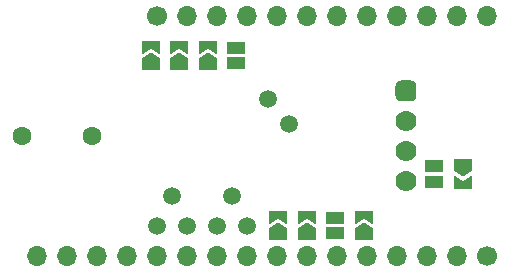
<source format=gbr>
%TF.GenerationSoftware,KiCad,Pcbnew,8.0.5*%
%TF.CreationDate,2024-09-24T12:34:28-04:00*%
%TF.ProjectId,afe-featherwing,6166652d-6665-4617-9468-657277696e67,rev?*%
%TF.SameCoordinates,Original*%
%TF.FileFunction,Soldermask,Bot*%
%TF.FilePolarity,Negative*%
%FSLAX46Y46*%
G04 Gerber Fmt 4.6, Leading zero omitted, Abs format (unit mm)*
G04 Created by KiCad (PCBNEW 8.0.5) date 2024-09-24 12:34:28*
%MOMM*%
%LPD*%
G01*
G04 APERTURE LIST*
G04 Aperture macros list*
%AMRoundRect*
0 Rectangle with rounded corners*
0 $1 Rounding radius*
0 $2 $3 $4 $5 $6 $7 $8 $9 X,Y pos of 4 corners*
0 Add a 4 corners polygon primitive as box body*
4,1,4,$2,$3,$4,$5,$6,$7,$8,$9,$2,$3,0*
0 Add four circle primitives for the rounded corners*
1,1,$1+$1,$2,$3*
1,1,$1+$1,$4,$5*
1,1,$1+$1,$6,$7*
1,1,$1+$1,$8,$9*
0 Add four rect primitives between the rounded corners*
20,1,$1+$1,$2,$3,$4,$5,0*
20,1,$1+$1,$4,$5,$6,$7,0*
20,1,$1+$1,$6,$7,$8,$9,0*
20,1,$1+$1,$8,$9,$2,$3,0*%
%AMFreePoly0*
4,1,6,1.000000,0.000000,0.500000,-0.750000,-0.500000,-0.750000,-0.500000,0.750000,0.500000,0.750000,1.000000,0.000000,1.000000,0.000000,$1*%
%AMFreePoly1*
4,1,6,0.500000,-0.750000,-0.650000,-0.750000,-0.150000,0.000000,-0.650000,0.750000,0.500000,0.750000,0.500000,-0.750000,0.500000,-0.750000,$1*%
G04 Aperture macros list end*
%ADD10FreePoly0,90.000000*%
%ADD11FreePoly1,90.000000*%
%ADD12C,1.500000*%
%ADD13R,1.500000X1.000000*%
%ADD14FreePoly0,270.000000*%
%ADD15FreePoly1,270.000000*%
%ADD16C,1.600000*%
%ADD17RoundRect,0.444500X-0.444500X0.444500X-0.444500X-0.444500X0.444500X-0.444500X0.444500X0.444500X0*%
%ADD18C,1.778000*%
%ADD19C,1.700000*%
%ADD20O,1.700000X1.700000*%
G04 APERTURE END LIST*
D10*
%TO.C,JP8*%
X158877000Y-100965000D03*
D11*
X158877000Y-99515000D03*
%TD*%
D10*
%TO.C,JP7*%
X161309400Y-100965000D03*
D11*
X161309400Y-99515000D03*
%TD*%
D12*
%TO.C,TP8*%
X154940000Y-97790000D03*
%TD*%
%TO.C,TP7*%
X159766000Y-91694000D03*
%TD*%
%TO.C,TP6*%
X157988000Y-89535000D03*
%TD*%
%TO.C,TP5*%
X156210000Y-100330000D03*
%TD*%
%TO.C,TP4*%
X153670000Y-100330000D03*
%TD*%
%TO.C,TP3*%
X151130000Y-100330000D03*
%TD*%
%TO.C,TP2*%
X148590000Y-100330000D03*
%TD*%
%TO.C,TP1*%
X149860000Y-97790000D03*
%TD*%
D13*
%TO.C,JP10*%
X172085000Y-95235000D03*
X172085000Y-96535000D03*
%TD*%
%TO.C,JP1*%
X155321000Y-86502000D03*
X155321000Y-85202000D03*
%TD*%
D14*
%TO.C,JP9*%
X174498000Y-95160000D03*
D15*
X174498000Y-96610000D03*
%TD*%
D10*
%TO.C,JP6*%
X166135400Y-100965000D03*
D11*
X166135400Y-99515000D03*
%TD*%
D13*
%TO.C,JP5*%
X163722400Y-100890000D03*
X163722400Y-99590000D03*
%TD*%
D10*
%TO.C,JP4*%
X148082000Y-86577000D03*
D11*
X148082000Y-85127000D03*
%TD*%
D10*
%TO.C,JP3*%
X150495000Y-86577000D03*
D11*
X150495000Y-85127000D03*
%TD*%
D10*
%TO.C,JP2*%
X152908000Y-86577000D03*
D11*
X152908000Y-85127000D03*
%TD*%
D16*
%TO.C,J1*%
X143160000Y-92710000D03*
X137160000Y-92710000D03*
%TD*%
D17*
%TO.C,J5*%
X169672000Y-88900000D03*
D18*
X169672000Y-91440000D03*
X169672000Y-93980000D03*
X169672000Y-96520000D03*
%TD*%
D19*
%TO.C,J3*%
X148590000Y-82550000D03*
D20*
X151130000Y-82550000D03*
X153670000Y-82550000D03*
X156210000Y-82550000D03*
X158750000Y-82550000D03*
X161290000Y-82550000D03*
X163830000Y-82550000D03*
X166370000Y-82550000D03*
X168910000Y-82550000D03*
X171450000Y-82550000D03*
X173990000Y-82550000D03*
X176530000Y-82550000D03*
%TD*%
%TO.C,J2*%
X138430000Y-102870000D03*
X140970000Y-102870000D03*
X143510000Y-102870000D03*
X146050000Y-102870000D03*
X148590000Y-102870000D03*
X151130000Y-102870000D03*
X153670000Y-102870000D03*
X156210000Y-102870000D03*
X158750000Y-102870000D03*
X161290000Y-102870000D03*
X163830000Y-102870000D03*
X166370000Y-102870000D03*
X168910000Y-102870000D03*
X171450000Y-102870000D03*
X173990000Y-102870000D03*
D19*
X176530000Y-102870000D03*
%TD*%
M02*

</source>
